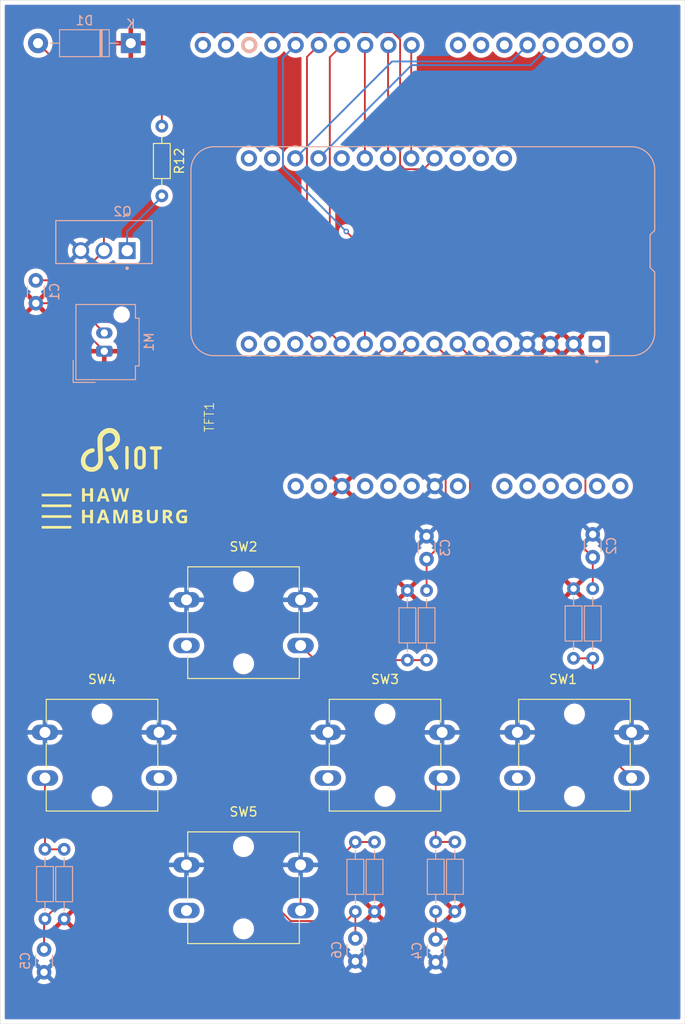
<source format=kicad_pcb>
(kicad_pcb (version 20240108) (generator "pcbnew") (generator_version "8.0")
  (layers (0 "F.Cu" signal) (31 "B.Cu" signal) (34 "B.Paste" user) (35 "F.Paste" user) (36 "B.SilkS" user "B.Silkscreen") (37 "F.SilkS" user "F.Silkscreen") (38 "B.Mask" user) (39 "F.Mask" user) (44 "Edge.Cuts" user))
  (net 0 "")
  (net 11 "Net-(D1-A)")
  (net 12 "Net-(Q2-Pad1)")
  (net 13 "/3.3V")
  (net 14 "/GND")
  (net 15 "/SW1")
  (net 16 "/SW2")
  (net 17 "/SW3")
  (net 18 "/SW4")
  (net 19 "/SW5")
  (net 20 "/VIB_MOTOR")
  (net 21 "/BACK_LITE")
  (net 22 "/SCK")
  (net 23 "/TFT_CS")
  (net 24 "/TFT_DC")
  (net 25 "/SD_CS")
  (net 26 "/TOUCH_CS")
  (net 27 "/MOSI")
  (net 28 "/MISO")
  (net 30 "Net-(R1-Pad2)")
  (net 31 "Net-(R3-Pad2)")
  (net 32 "Net-(R5-Pad2)")
  (net 33 "Net-(R10-Pad2)")
  (net 34 "Net-(R7-Pad2)")
  (footprint "Button_Switch_THT:SW_SPST_Omron_B3F-40xx" (layer "F.Cu") (at 130.36 141.306)
    (property "Reference" "SW5" (at 6.25 -5.8 0) (layer "F.SilkS"))
    (property "Value" "SW_Push")
    (pad "" np_thru_hole circle (at 6.25 -2) (size 1.8 1.8) (drill 1.8) (layers "F&B.Cu" "*.Mask"))
    (pad "" np_thru_hole circle (at 6.25 7) (size 1.8 1.8) (drill 1.8) (layers "F&B.Cu" "*.Mask"))
    (pad "1" thru_hole oval (at 0 0) (size 2.9 1.7) (drill 1.2) (layers "*.Cu" "*.Mask") (net 14 "/GND"))
    (pad "1" thru_hole oval (at 12.5 0) (size 2.9 1.7) (drill 1.2) (layers "*.Cu" "*.Mask") (net 14 "/GND"))
    (pad "2" thru_hole oval (at 0 5) (size 2.9 1.7) (drill 1.2) (layers "*.Cu" "*.Mask") (net 33 "Net-(R10-Pad2)"))
    (pad "2" thru_hole oval (at 12.5 5) (size 2.9 1.7) (drill 1.2) (layers "*.Cu" "*.Mask") (net 33 "Net-(R10-Pad2)"))
  )
  (footprint "Button_Switch_THT:SW_SPST_Omron_B3F-40xx" (layer "F.Cu") (at 145.86 126.806)
    (property "Reference" "SW3" (at 6.25 -5.8 0) (layer "F.SilkS"))
    (property "Value" "SW_Push")
    (pad "" np_thru_hole circle (at 6.25 -2) (size 1.8 1.8) (drill 1.8) (layers "F&B.Cu" "*.Mask"))
    (pad "" np_thru_hole circle (at 6.25 7) (size 1.8 1.8) (drill 1.8) (layers "F&B.Cu" "*.Mask"))
    (pad "1" thru_hole oval (at 0 0) (size 2.9 1.7) (drill 1.2) (layers "*.Cu" "*.Mask") (net 14 "/GND"))
    (pad "1" thru_hole oval (at 12.5 0) (size 2.9 1.7) (drill 1.2) (layers "*.Cu" "*.Mask") (net 14 "/GND"))
    (pad "2" thru_hole oval (at 0 5) (size 2.9 1.7) (drill 1.2) (layers "*.Cu" "*.Mask") (net 32 "Net-(R5-Pad2)"))
    (pad "2" thru_hole oval (at 12.5 5) (size 2.9 1.7) (drill 1.2) (layers "*.Cu" "*.Mask") (net 32 "Net-(R5-Pad2)"))
  )
  (footprint "Resistor_THT:R_Axial_DIN0204_L3.6mm_D1.6mm_P7.62mm_Horizontal" (layer "F.Cu") (at 127.66 60.486 -90)
    (property "Reference" "R12" (at 3.81 -1.92 90) (layer "F.SilkS"))
    (property "Value" "R")
    (pad "1" thru_hole circle (at 0 0 270) (size 1.4 1.4) (drill 0.7) (layers "*.Cu" "*.Mask") (net 20 "/VIB_MOTOR"))
    (pad "2" thru_hole oval (at 7.62 0 270) (size 1.4 1.4) (drill 0.7) (layers "*.Cu" "*.Mask") (net 12 "Net-(Q2-Pad1)"))
  )
  (footprint "Button_Switch_THT:SW_SPST_Omron_B3F-40xx" (layer "F.Cu") (at 130.36 112.306)
    (property "Reference" "SW2" (at 6.25 -5.8 0) (layer "F.SilkS"))
    (property "Value" "SW_Push")
    (pad "" np_thru_hole circle (at 6.25 -2) (size 1.8 1.8) (drill 1.8) (layers "F&B.Cu" "*.Mask"))
    (pad "" np_thru_hole circle (at 6.25 7) (size 1.8 1.8) (drill 1.8) (layers "F&B.Cu" "*.Mask"))
    (pad "1" thru_hole oval (at 0 0) (size 2.9 1.7) (drill 1.2) (layers "*.Cu" "*.Mask") (net 14 "/GND"))
    (pad "1" thru_hole oval (at 12.5 0) (size 2.9 1.7) (drill 1.2) (layers "*.Cu" "*.Mask") (net 14 "/GND"))
    (pad "2" thru_hole oval (at 0 5) (size 2.9 1.7) (drill 1.2) (layers "*.Cu" "*.Mask") (net 31 "Net-(R3-Pad2)"))
    (pad "2" thru_hole oval (at 12.5 5) (size 2.9 1.7) (drill 1.2) (layers "*.Cu" "*.Mask") (net 31 "Net-(R3-Pad2)"))
  )
  (footprint "Button_Switch_THT:SW_SPST_Omron_B3F-40xx" (layer "F.Cu") (at 166.61 126.806)
    (property "Reference" "SW1" (at 5 -5.8 0) (layer "F.SilkS"))
    (property "Value" "SW_Push")
    (pad "" np_thru_hole circle (at 6.25 -2) (size 1.8 1.8) (drill 1.8) (layers "F&B.Cu" "*.Mask"))
    (pad "" np_thru_hole circle (at 6.25 7) (size 1.8 1.8) (drill 1.8) (layers "F&B.Cu" "*.Mask"))
    (pad "1" thru_hole oval (at 0 0) (size 2.9 1.7) (drill 1.2) (layers "*.Cu" "*.Mask") (net 14 "/GND"))
    (pad "1" thru_hole oval (at 12.5 0) (size 2.9 1.7) (drill 1.2) (layers "*.Cu" "*.Mask") (net 14 "/GND"))
    (pad "2" thru_hole oval (at 0 5) (size 2.9 1.7) (drill 1.2) (layers "*.Cu" "*.Mask") (net 30 "Net-(R1-Pad2)"))
    (pad "2" thru_hole oval (at 12.5 5) (size 2.9 1.7) (drill 1.2) (layers "*.Cu" "*.Mask") (net 30 "Net-(R1-Pad2)"))
  )
  (footprint "Button_Switch_THT:SW_SPST_Omron_B3F-40xx" (layer "F.Cu") (at 114.86 126.806)
    (property "Reference" "SW4" (at 6.25 -5.8 0) (layer "F.SilkS"))
    (property "Value" "SW_Push")
    (pad "" np_thru_hole circle (at 6.25 -2) (size 1.8 1.8) (drill 1.8) (layers "F&B.Cu" "*.Mask"))
    (pad "" np_thru_hole circle (at 6.25 7) (size 1.8 1.8) (drill 1.8) (layers "F&B.Cu" "*.Mask"))
    (pad "1" thru_hole oval (at 0 0) (size 2.9 1.7) (drill 1.2) (layers "*.Cu" "*.Mask") (net 14 "/GND"))
    (pad "1" thru_hole oval (at 12.5 0) (size 2.9 1.7) (drill 1.2) (layers "*.Cu" "*.Mask") (net 14 "/GND"))
    (pad "2" thru_hole oval (at 0 5) (size 2.9 1.7) (drill 1.2) (layers "*.Cu" "*.Mask") (net 34 "Net-(R7-Pad2)"))
    (pad "2" thru_hole oval (at 12.5 5) (size 2.9 1.7) (drill 1.2) (layers "*.Cu" "*.Mask") (net 34 "Net-(R7-Pad2)"))
  )
  (footprint "Library:Display-2.8" (layer "F.Cu") (at 177.88 51.606 90)
    (property "Reference" "TFT1" (at -40.7 -45.02 90) (layer "F.SilkS") (effects (font (thickness 0.1))))
    (property "Value" "~" (hide yes))
    (pad "" thru_hole circle (at -48.26 -35.56 90) (size 1.778 1.778) (drill 1) (layers "*.Cu" "*.Mask"))
    (pad "" thru_hole circle (at -48.26 -27.94 90) (size 1.778 1.778) (drill 1) (layers "*.Cu" "*.Mask"))
    (pad "0" thru_hole circle (at 0 0 90) (size 1.778 1.778) (drill 1) (layers "*.Cu" "*.Mask"))
    (pad "1" thru_hole circle (at 0 -2.54 90) (size 1.778 1.778) (drill 1) (layers "*.Cu" "*.Mask"))
    (pad "2" thru_hole circle (at 0 -5.08 90) (size 1.778 1.778) (drill 1) (layers "*.Cu" "*.Mask"))
    (pad "3" thru_hole circle (at 0 -7.62 90) (size 1.778 1.778) (drill 1) (layers "*.Cu" "*.Mask") (net 21 "/BACK_LITE"))
    (pad "4" thru_hole circle (at 0 -10.16 90) (size 1.778 1.778) (drill 1) (layers "*.Cu" "*.Mask") (net 25 "/SD_CS"))
    (pad "5" thru_hole circle (at 0 -12.7 90) (size 1.778 1.778) (drill 1) (layers "*.Cu" "*.Mask"))
    (pad "6" thru_hole circle (at 0 -15.24 90) (size 1.778 1.778) (drill 1) (layers "*.Cu" "*.Mask"))
    (pad "7" thru_hole circle (at 0 -17.78 90) (size 1.778 1.778) (drill 1) (layers "*.Cu" "*.Mask"))
    (pad "8" thru_hole circle (at 0 -22.86 90) (size 1.778 1.778) (drill 1) (layers "*.Cu" "*.Mask") (net 26 "/TOUCH_CS"))
    (pad "9" thru_hole circle (at 0 -25.4 90) (size 1.778 1.778) (drill 1) (layers "*.Cu" "*.Mask") (net 24 "/TFT_DC"))
    (pad "10" thru_hole circle (at 0 -27.94 90) (size 1.778 1.778) (drill 1) (layers "*.Cu" "*.Mask") (net 23 "/TFT_CS"))
    (pad "11" thru_hole circle (at 0 -30.48 90) (size 1.778 1.778) (drill 1) (layers "*.Cu" "*.Mask") (net 27 "/MOSI"))
    (pad "12" thru_hole circle (at 0 -33.02 90) (size 1.778 1.778) (drill 1) (layers "*.Cu" "*.Mask") (net 28 "/MISO"))
    (pad "13" thru_hole circle (at 0 -35.56 90) (size 1.778 1.778) (drill 1) (layers "*.Cu" "*.Mask" "Dwgs.User") (net 22 "/SCK"))
    (pad "14" thru_hole circle (at 0 -38.1 90) (size 1.778 1.778) (drill 1) (layers "*.Cu" "*.Mask" "Dwgs.User"))
    (pad "15" thru_hole circle (at 0 -40.64 90) (size 1.778 1.778) (drill 1) (layers "*.Cu" "*.Mask" "B.SilkS"))
    (pad "16" thru_hole circle (at 0 -43.18 90) (size 1.778 1.778) (drill 1) (layers "*.Cu" "*.Mask"))
    (pad "17" thru_hole circle (at 0 -45.72 90) (size 1.778 1.778) (drill 1) (layers "*.Cu" "*.Mask"))
    (pad "22" thru_hole circle (at -48.26 -17.78 90) (size 1.778 1.778) (drill 1) (layers "*.Cu" "*.Mask"))
    (pad "23" thru_hole circle (at -48.26 -12.7 90) (size 1.778 1.778) (drill 1) (layers "*.Cu" "*.Mask"))
    (pad "24" thru_hole circle (at -48.26 -10.16 90) (size 1.778 1.778) (drill 1) (layers "*.Cu" "*.Mask"))
    (pad "25" thru_hole circle (at -48.26 -7.62 90) (size 1.778 1.778) (drill 1) (layers "*.Cu" "*.Mask"))
    (pad "26" thru_hole circle (at -48.26 -5.08 90) (size 1.778 1.778) (drill 1) (layers "*.Cu" "*.Mask"))
    (pad "27" thru_hole circle (at -48.26 -2.54 90) (size 1.778 1.778) (drill 1) (layers "*.Cu" "*.Mask"))
    (pad "28" thru_hole circle (at -48.26 0 90) (size 1.778 1.778) (drill 1) (layers "*.Cu" "*.Mask"))
    (pad "40" thru_hole circle (at -48.26 -20.32 90) (size 1.778 1.778) (drill 1) (layers "*.Cu" "*.Mask") (net 14 "/GND"))
    (pad "41" thru_hole circle (at -48.26 -22.86 90) (size 1.778 1.778) (drill 1) (layers "*.Cu" "*.Mask"))
    (pad "50" thru_hole circle (at -48.26 -30.48 90) (size 1.778 1.778) (drill 1) (layers "*.Cu" "*.Mask") (net 13 "/3.3V"))
    (pad "51" thru_hole circle (at -48.26 -33.02 90) (size 1.778 1.778) (drill 1) (layers "*.Cu" "*.Mask"))
    (pad "67" thru_hole circle (at -48.26 -25.4 90) (size 1.778 1.778) (drill 1) (layers "*.Cu" "*.Mask"))
  )
  (footprint "Library:haw_logo_logo" (layer "F.Cu") (at 121.86 102.306)
    (property "Reference" "G***" (hide yes))
    (property "Value" "LOGO" (hide yes))
  )
  (footprint "Library:riot_logo" (layer "F.Cu") (at 123.256047 95.904754)
    (property "Reference" "G***" (hide yes))
    (property "Value" "LOGO" (hide yes))
  )
  (footprint "Diode_THT:D_DO-41_SOD81_P10.16mm_Horizontal" (layer "B.Cu") (at 124.26 51.406 180)
    (property "Reference" "D1" (at 5.08 2.47 180) (layer "B.SilkS") (effects (justify mirror)))
    (property "Value" "1N4001")
    (fp_text user "K" (at 0 2.1 180) (layer "B.SilkS") (effects (justify mirror)))
    (pad "1" thru_hole rect (at 0 0 180) (size 2.2 2.2) (drill 1.1) (layers "*.Cu" "*.Mask") (net 13 "/3.3V"))
    (pad "2" thru_hole oval (at 10.16 0 180) (size 2.2 2.2) (drill 1.1) (layers "*.Cu" "*.Mask") (net 11 "Net-(D1-A)"))
  )
  (footprint "Resistor_THT:R_Axial_DIN0204_L3.6mm_D1.6mm_P7.62mm_Horizontal" (layer "B.Cu") (at 156.66 111.286 -90)
    (property "Reference" "R3" (hide yes))
    (property "Value" "R" (hide yes))
    (pad "1" thru_hole circle (at 0 0 270) (size 1.4 1.4) (drill 0.7) (layers "*.Cu" "*.Mask") (net 16 "/SW2"))
    (pad "2" thru_hole oval (at 7.62 0 270) (size 1.4 1.4) (drill 0.7) (layers "*.Cu" "*.Mask") (net 31 "Net-(R3-Pad2)"))
  )
  (footprint "Capacitor_THT:C_Disc_D3.0mm_W1.6mm_P2.50mm" (layer "B.Cu") (at 156.66 107.856 90)
    (property "Reference" "C3" (at 1.25 2.05 270) (layer "B.SilkS") (effects (justify mirror)))
    (property "Value" "C")
    (pad "1" thru_hole circle (at 0 0 90) (size 1.6 1.6) (drill 0.8) (layers "*.Cu" "*.Mask") (net 16 "/SW2"))
    (pad "2" thru_hole circle (at 2.5 0 90) (size 1.6 1.6) (drill 0.8) (layers "*.Cu" "*.Mask") (net 14 "/GND"))
  )
  (footprint "Library:MODULE_3406" (layer "B.Cu") (at 156.25 74.166 90)
    (property "Reference" "U1" (hide yes))
    (property "Value" "3406")
    (pad "1" thru_hole rect (at -10.16 19.05 90) (size 1.778 1.778) (drill 1) (layers "*.Cu" "*.Mask"))
    (pad "2" thru_hole circle (at -10.16 16.51 90) (size 1.778 1.778) (drill 1) (layers "*.Cu" "*.Mask") (net 13 "/3.3V"))
    (pad "3" thru_hole circle (at -10.16 13.97 90) (size 1.778 1.778) (drill 1) (layers "*.Cu" "*.Mask") (net 13 "/3.3V"))
    (pad "4" thru_hole circle (at -10.16 11.43 90) (size 1.778 1.778) (drill 1) (layers "*.Cu" "*.Mask") (net 14 "/GND"))
    (pad "5" thru_hole circle (at -10.16 8.89 90) (size 1.778 1.778) (drill 1) (layers "*.Cu" "*.Mask"))
    (pad "6" thru_hole circle (at -10.16 6.35 90) (size 1.778 1.778) (drill 1) (layers "*.Cu" "*.Mask") (net 15 "/SW1"))
    (pad "7" thru_hole circle (at -10.16 3.81 90) (size 1.778 1.778) (drill 1) (layers "*.Cu" "*.Mask") (net 17 "/SW3"))
    (pad "8" thru_hole circle (at -10.16 1.27 90) (size 1.778 1.778) (drill 1) (layers "*.Cu" "*.Mask") (net 16 "/SW2"))
    (pad "9" thru_hole circle (at -10.16 -1.27 90) (size 1.778 1.778) (drill 1) (layers "*.Cu" "*.Mask") (net 19 "/SW5"))
    (pad "10" thru_hole circle (at -10.16 -3.81 90) (size 1.778 1.778) (drill 1) (layers "*.Cu" "*.Mask") (net 18 "/SW4"))
    (pad "11" thru_hole circle (at -10.16 -6.35 90) (size 1.778 1.778) (drill 1) (layers "*.Cu" "*.Mask") (net 22 "/SCK"))
    (pad "12" thru_hole circle (at -10.16 -8.89 90) (size 1.778 1.778) (drill 1) (layers "*.Cu" "*.Mask") (net 27 "/MOSI"))
    (pad "13" thru_hole circle (at -10.16 -11.43 90) (size 1.778 1.778) (drill 1) (layers "*.Cu" "*.Mask") (net 28 "/MISO"))
    (pad "14" thru_hole circle (at -10.16 -13.97 90) (size 1.778 1.778) (drill 1) (layers "*.Cu" "*.Mask"))
    (pad "15" thru_hole circle (at -10.16 -16.51 90) (size 1.778 1.778) (drill 1) (layers "*.Cu" "*.Mask"))
    (pad "16" thru_hole circle (at -10.16 -19.05 90) (size 1.778 1.778) (drill 1) (layers "*.Cu" "*.Mask"))
    (pad "17" thru_hole circle (at 10.16 -19.05 90) (size 1.778 1.778) (drill 1) (layers "*.Cu" "*.Mask"))
    (pad "18" thru_hole circle (at 10.16 -16.51 90) (size 1.778 1.778) (drill 1) (layers "*.Cu" "*.Mask"))
    (pad "19" thru_hole circle (at 10.16 -13.97 90) (size 1.778 1.778) (drill 1) (layers "*.Cu" "*.Mask") (net 25 "/SD_CS"))
    (pad "20" thru_hole circle (at 10.16 -11.43 90) (size 1.778 1.778) (drill 1) (layers "*.Cu" "*.Mask") (net 21 "/BACK_LITE"))
    (pad "21" thru_hole circle (at 10.16 -8.89 90) (size 1.778 1.778) (drill 1) (layers "*.Cu" "*.Mask"))
    (pad "22" thru_hole circle (at 10.16 -6.35 90) (size 1.778 1.778) (drill 1) (layers "*.Cu" "*.Mask") (net 23 "/TFT_CS"))
    (pad "23" thru_hole circle (at 10.16 -3.81 90) (size 1.778 1.778) (drill 1) (layers "*.Cu" "*.Mask") (net 24 "/TFT_DC"))
    (pad "24" thru_hole circle (at 10.16 -1.27 90) (size 1.778 1.778) (drill 1) (layers "*.Cu" "*.Mask") (net 26 "/TOUCH_CS"))
    (pad "25" thru_hole circle (at 10.16 1.27 90) (size 1.778 1.778) (drill 1) (layers "*.Cu" "*.Mask") (net 20 "/VIB_MOTOR"))
    (pad "26" thru_hole circle (at 10.16 3.81 90) (size 1.778 1.778) (drill 1) (layers "*.Cu" "*.Mask"))
    (pad "27" thru_hole circle (at 10.16 6.35 90) (size 1.778 1.778) (drill 1) (layers "*.Cu" "*.Mask"))
    (pad "28" thru_hole circle (at 10.16 8.89 90) (size 1.778 1.778) (drill 1) (layers "*.Cu" "*.Mask"))
  )
  (footprint "Resistor_THT:R_Axial_DIN0204_L3.6mm_D1.6mm_P7.62mm_Horizontal" (layer "B.Cu") (at 148.86 146.426 90)
    (property "Reference" "R9" (hide yes))
    (property "Value" "R" (hide yes))
    (pad "1" thru_hole circle (at 0 0 90) (size 1.4 1.4) (drill 0.7) (layers "*.Cu" "*.Mask") (net 19 "/SW5"))
    (pad "2" thru_hole oval (at 7.62 0 90) (size 1.4 1.4) (drill 0.7) (layers "*.Cu" "*.Mask") (net 33 "Net-(R10-Pad2)"))
  )
  (footprint "Capacitor_THT:C_Disc_D3.0mm_W1.6mm_P2.50mm" (layer "B.Cu") (at 157.66 149.456 -90)
    (property "Reference" "C4" (at 1.25 2.05 90) (layer "B.SilkS") (effects (justify mirror)))
    (property "Value" "C")
    (pad "1" thru_hole circle (at 0 0 270) (size 1.6 1.6) (drill 0.8) (layers "*.Cu" "*.Mask") (net 17 "/SW3"))
    (pad "2" thru_hole circle (at 2.5 0 270) (size 1.6 1.6) (drill 0.8) (layers "*.Cu" "*.Mask") (net 14 "/GND"))
  )
  (footprint "Capacitor_THT:C_Disc_D3.0mm_W1.6mm_P2.50mm" (layer "B.Cu") (at 174.86 107.646 90)
    (property "Reference" "C2" (at 1.25 2.05 270) (layer "B.SilkS") (effects (justify mirror)))
    (property "Value" "C")
    (pad "1" thru_hole circle (at 0 0 90) (size 1.6 1.6) (drill 0.8) (layers "*.Cu" "*.Mask") (net 15 "/SW1"))
    (pad "2" thru_hole circle (at 2.5 0 90) (size 1.6 1.6) (drill 0.8) (layers "*.Cu" "*.Mask") (net 14 "/GND"))
  )
  (footprint "Resistor_THT:R_Axial_DIN0204_L3.6mm_D1.6mm_P7.62mm_Horizontal" (layer "B.Cu") (at 159.76 146.416 90)
    (property "Reference" "R6" (hide yes))
    (property "Value" "R" (hide yes))
    (pad "1" thru_hole circle (at 0 0 90) (size 1.4 1.4) (drill 0.7) (layers "*.Cu" "*.Mask") (net 13 "/3.3V"))
    (pad "2" thru_hole oval (at 7.62 0 90) (size 1.4 1.4) (drill 0.7) (layers "*.Cu" "*.Mask") (net 32 "Net-(R5-Pad2)"))
  )
  (footprint "Library:IRLZ44N" (layer "B.Cu") (at 121.32 73.166 180)
    (property "Reference" "Q2" (at -2.045 3.335 180) (layer "B.SilkS") (effects (justify mirror)))
    (property "Value" "IRLZ44N")
    (pad "1" thru_hole rect (at -2.54 -0.94 180) (size 1.85 1.85) (drill 1.23) (layers "*.Cu" "*.Mask") (net 12 "Net-(Q2-Pad1)"))
    (pad "2" thru_hole circle (at 0 -0.94 180) (size 1.85 1.85) (drill 1.23) (layers "*.Cu" "*.Mask") (net 11 "Net-(D1-A)"))
    (pad "3" thru_hole circle (at 2.54 -0.94 180) (size 1.85 1.85) (drill 1.23) (layers "*.Cu" "*.Mask") (net 14 "/GND"))
  )
  (footprint "Resistor_THT:R_Axial_DIN0204_L3.6mm_D1.6mm_P7.62mm_Horizontal" (layer "B.Cu") (at 150.96 146.426 90)
    (property "Reference" "R10" (hide yes))
    (property "Value" "R" (hide yes))
    (pad "1" thru_hole circle (at 0 0 90) (size 1.4 1.4) (drill 0.7) (layers "*.Cu" "*.Mask") (net 13 "/3.3V"))
    (pad "2" thru_hole oval (at 7.62 0 90) (size 1.4 1.4) (drill 0.7) (layers "*.Cu" "*.Mask") (net 33 "Net-(R10-Pad2)"))
  )
  (footprint "Capacitor_THT:C_Disc_D3.0mm_W1.6mm_P2.50mm" (layer "B.Cu") (at 114.76 150.556 -90)
    (property "Reference" "C5" (at 1.25 2.05 90) (layer "B.SilkS") (effects (justify mirror)))
    (property "Value" "C")
    (pad "1" thru_hole circle (at 0 0 270) (size 1.6 1.6) (drill 0.8) (layers "*.Cu" "*.Mask") (net 18 "/SW4"))
    (pad "2" thru_hole circle (at 2.5 0 270) (size 1.6 1.6) (drill 0.8) (layers "*.Cu" "*.Mask") (net 14 "/GND"))
  )
  (footprint "Resistor_THT:R_Axial_DIN0204_L3.6mm_D1.6mm_P7.62mm_Horizontal" (layer "B.Cu") (at 154.56 111.286 -90)
    (property "Reference" "R4" (hide yes))
    (property "Value" "R" (hide yes))
    (pad "1" thru_hole circle (at 0 0 270) (size 1.4 1.4) (drill 0.7) (layers "*.Cu" "*.Mask") (net 13 "/3.3V"))
    (pad "2" thru_hole oval (at 7.62 0 270) (size 1.4 1.4) (drill 0.7) (layers "*.Cu" "*.Mask") (net 31 "Net-(R3-Pad2)"))
  )
  (footprint "Connector_Molex:Molex_MicroClasp_55932-0210_1x02_P2.00mm_Vertical" (layer "B.Cu") (at 121.36 85.106 90)
    (property "Reference" "M1" (at 1 4.9 90) (layer "B.SilkS") (effects (justify mirror)))
    (property "Value" "Motor_DC")
    (pad "" np_thru_hole circle (at 4 1.9 90) (size 1.3 1.3) (drill 1.3) (layers "*.Cu" "*.Mask"))
    (pad "1" thru_hole roundrect (at 0 0 90) (size 1.2 1.8) (drill 0.8) (layers "*.Cu" "*.Mask") (roundrect_rratio 0.208333) (net 13 "/3.3V"))
    (pad "2" thru_hole oval (at 2 0 90) (size 1.2 1.8) (drill 0.8) (layers "*.Cu" "*.Mask") (net 11 "Net-(D1-A)"))
  )
  (footprint "Capacitor_THT:C_Disc_D3.0mm_W1.6mm_P2.50mm" (layer "B.Cu") (at 148.86 149.356 -90)
    (property "Reference" "C6" (at 1.25 2.05 90) (layer "B.SilkS") (effects (justify mirror)))
    (property "Value" "C")
    (pad "1" thru_hole circle (at 0 0 270) (size 1.6 1.6) (drill 0.8) (layers "*.Cu" "*.Mask") (net 19 "/SW5"))
    (pad "2" thru_hole circle (at 2.5 0 270) (size 1.6 1.6) (drill 0.8) (layers "*.Cu" "*.Mask") (net 14 "/GND"))
  )
  (footprint "Resistor_THT:R_Axial_DIN0204_L3.6mm_D1.6mm_P7.62mm_Horizontal" (layer "B.Cu") (at 116.96 147.226 90)
    (property "Reference" "R8" (hide yes))
    (property "Value" "R" (hide yes))
    (pad "1" thru_hole circle (at 0 0 90) (size 1.4 1.4) (drill 0.7) (layers "*.Cu" "*.Mask") (net 13 "/3.3V"))
    (pad "2" thru_hole oval (at 7.62 0 90) (size 1.4 1.4) (drill 0.7) (layers "*.Cu" "*.Mask") (net 34 "Net-(R7-Pad2)"))
  )
  (footprint "Resistor_THT:R_Axial_DIN0204_L3.6mm_D1.6mm_P7.62mm_Horizontal" (layer "B.Cu") (at 172.76 111.086 -90)
    (property "Reference" "R2" (hide yes))
    (property "Value" "R" (hide yes))
    (pad "1" thru_hole circle (at 0 0 270) (size 1.4 1.4) (drill 0.7) (layers "*.Cu" "*.Mask") (net 13 "/3.3V"))
    (pad "2" thru_hole oval (at 7.62 0 270) (size 1.4 1.4) (drill 0.7) (layers "*.Cu" "*.Mask") (net 30 "Net-(R1-Pad2)"))
  )
  (footprint "Resistor_THT:R_Axial_DIN0204_L3.6mm_D1.6mm_P7.62mm_Horizontal" (layer "B.Cu") (at 114.86 147.216 90)
    (property "Reference" "R7" (hide yes))
    (property "Value" "R" (hide yes))
    (pad "1" thru_hole circle (at 0 0 90) (size 1.4 1.4) (drill 0.7) (layers "*.Cu" "*.Mask") (net 18 "/SW4"))
    (pad "2" thru_hole oval (at 7.62 0 90) (size 1.4 1.4) (drill 0.7) (layers "*.Cu" "*.Mask") (net 34 "Net-(R7-Pad2)"))
  )
  (footprint "Capacitor_THT:C_Disc_D3.0mm_W1.6mm_P2.50mm" (layer "B.Cu") (at 113.86 79.856 90)
    (property "Reference" "C1" (at 1.25 2.05 -90) (layer "B.SilkS") (effects (justify mirror)))
    (property "Value" "C")
    (pad "1" thru_hole circle (at 0 0 90) (size 1.6 1.6) (drill 0.8) (layers "*.Cu" "*.Mask") (net 13 "/3.3V"))
    (pad "2" thru_hole circle (at 2.5 0 90) (size 1.6 1.6) (drill 0.8) (layers "*.Cu" "*.Mask") (net 11 "Net-(D1-A)"))
  )
  (footprint "Resistor_THT:R_Axial_DIN0204_L3.6mm_D1.6mm_P7.62mm_Horizontal" (layer "B.Cu") (at 174.86 111.086 -90)
    (property "Reference" "R1" (hide yes))
    (property "Value" "R" (hide yes))
    (pad "1" thru_hole circle (at 0 0 270) (size 1.4 1.4) (drill 0.7) (layers "*.Cu" "*.Mask") (net 15 "/SW1"))
    (pad "2" thru_hole oval (at 7.62 0 270) (size 1.4 1.4) (drill 0.7) (layers "*.Cu" "*.Mask") (net 30 "Net-(R1-Pad2)"))
  )
  (footprint "Resistor_THT:R_Axial_DIN0204_L3.6mm_D1.6mm_P7.62mm_Horizontal" (layer "B.Cu") (at 157.66 146.416 90)
    (property "Reference" "R5" (hide yes))
    (property "Value" "R" (hide yes))
    (pad "1" thru_hole circle (at 0 0 90) (size 1.4 1.4) (drill 0.7) (layers "*.Cu" "*.Mask") (net 17 "/SW3"))
    (pad "2" thru_hole oval (at 7.62 0 90) (size 1.4 1.4) (drill 0.7) (layers "*.Cu" "*.Mask") (net 32 "Net-(R5-Pad2)"))
  )
  (gr_line (start 184.96 46.706) (end 184.96 158.706) (stroke (width 0.05)) (layer "Edge.Cuts"))
  (gr_line (start 109.96 46.706) (end 184.96 46.706) (stroke (width 0.05)) (layer "Edge.Cuts"))
  (gr_line (start 109.96 158.706) (end 109.96 46.706) (stroke (width 0.05)) (layer "Edge.Cuts"))
  (gr_line (start 109.96 158.706) (end 184.96 158.706) (stroke (width 0.05)) (layer "Edge.Cuts"))
  (segment (start 121.32 58.626) (end 114.1 51.406) (width 0.2) (layer "F.Cu") (net 11))
  (segment (start 121.32 74.106) (end 121.32 58.626) (width 0.2) (layer "F.Cu") (net 11))
  (segment (start 115.61 77.356) (end 121.36 83.106) (width 0.2) (layer "F.Cu") (net 11))
  (segment (start 113.86 77.356) (end 115.61 77.356) (width 0.2) (layer "F.Cu") (net 11))
  (segment (start 113.86 77.356) (end 118.07 77.356) (width 0.2) (layer "F.Cu") (net 11))
  (segment (start 118.07 77.356) (end 121.32 74.106) (width 0.2) (layer "F.Cu") (net 11))
  (segment (start 127.66 68.206) (end 123.86 72.006) (width 0.2) (layer "B.Cu") (net 12))
  (segment (start 123.86 72.006) (end 123.86 74.106) (width 0.2) (layer "B.Cu") (net 12))
  (segment (start 127.66 68.106) (end 127.66 68.206) (width 0.2) (layer "B.Cu") (net 12))
  (segment (start 147.3 99.866) (end 147.4 99.866) (width 0.2) (layer "F.Cu") (net 13))
  (segment (start 116.11 79.856) (end 121.36 85.106) (width 0.2) (layer "F.Cu") (net 13))
  (segment (start 113.86 79.856) (end 116.11 79.856) (width 0.2) (layer "F.Cu") (net 13))
  (segment (start 147.36 99.246) (end 147.42 99.306) (width 0.2) (layer "F.Cu") (net 13))
  (segment (start 174.86 107.646) (end 173.46 106.246) (width 0.2) (layer "F.Cu") (net 15))
  (segment (start 174.06 95.786) (end 162.6 84.326) (width 0.2) (layer "F.Cu") (net 15))
  (segment (start 162.6 84.326) (end 162.88 84.326) (width 0.2) (layer "F.Cu") (net 15))
  (segment (start 173.46 102.406) (end 174.06 101.806) (width 0.2) (layer "F.Cu") (net 15))
  (segment (start 174.06 101.806) (end 174.06 95.786) (width 0.2) (layer "F.Cu") (net 15))
  (segment (start 173.46 106.246) (end 173.46 102.406) (width 0.2) (layer "F.Cu") (net 15))
  (segment (start 174.86 111.086) (end 174.86 107.646) (width 0.2) (layer "F.Cu") (net 15))
  (segment (start 156.66 111.286) (end 156.66 107.856) (width 0.2) (layer "F.Cu") (net 16))
  (segment (start 158.749 85.555) (end 157.52 84.326) (width 0.2) (layer "F.Cu") (net 16))
  (segment (start 156.66 107.856) (end 158.749 105.767) (width 0.2) (layer "F.Cu") (net 16))
  (segment (start 158.749 105.767) (end 158.749 85.555) (width 0.2) (layer "F.Cu") (net 16))
  (segment (start 161.411 146.83637) (end 161.411 85.677) (width 0.2) (layer "F.Cu") (net 17))
  (segment (start 161.411 85.677) (end 160.06 84.326) (width 0.2) (layer "F.Cu") (net 17))
  (segment (start 158.79137 149.456) (end 161.411 146.83637) (width 0.2) (layer "F.Cu") (net 17))
  (segment (start 157.66 149.456) (end 158.79137 149.456) (width 0.2) (layer "F.Cu") (net 17))
  (segment (start 157.66 149.456) (end 157.66 146.416) (width 0.2) (layer "F.Cu") (net 17))
  (segment (start 114.76 150.556) (end 114.76 147.316) (width 0.2) (layer "F.Cu") (net 18))
  (segment (start 138.16 98.606) (end 152.44 84.326) (width 0.2) (layer "F.Cu") (net 18))
  (segment (start 114.76 150.556) (end 114.76 147.256) (width 0.2) (layer "F.Cu") (net 18))
  (segment (start 114.76 147.316) (end 114.86 147.216) (width 0.2) (layer "F.Cu") (net 18))
  (segment (start 114.76 147.256) (end 138.16 123.856) (width 0.2) (layer "F.Cu") (net 18))
  (segment (start 138.16 123.856) (end 138.16 98.606) (width 0.2) (layer "F.Cu") (net 18))
  (segment (start 147.83 147.456) (end 141.783654 147.456) (width 0.2) (layer "F.Cu") (net 19))
  (segment (start 141.783654 147.456) (end 139.16 144.832346) (width 0.2) (layer "F.Cu") (net 19))
  (segment (start 148.86 146.426) (end 147.83 147.456) (width 0.2) (layer "F.Cu") (net 19))
  (segment (start 139.16 100.146) (end 154.98 84.326) (width 0.2) (layer "F.Cu") (net 19))
  (segment (start 139.16 144.832346) (end 139.16 100.146) (width 0.2) (layer "F.Cu") (net 19))
  (segment (start 148.86 149.356) (end 148.86 146.426) (width 0.2) (layer "F.Cu") (net 19))
  (segment (start 129.46 50.206) (end 152.96 50.206) (width 0.2) (layer "F.Cu") (net 20))
  (segment (start 127.66 60.486) (end 127.66 52.006) (width 0.2) (layer "F.Cu") (net 20))
  (segment (start 127.66 52.006) (end 129.46 50.206) (width 0.2) (layer "F.Cu") (net 20))
  (segment (start 153.76 51.006) (end 153.76 64.706) (width 0.2) (layer "F.Cu") (net 20))
  (segment (start 153.76 64.706) (end 154.249 65.195) (width 0.2) (layer "F.Cu") (net 20))
  (segment (start 152.96 50.206) (end 153.76 51.006) (width 0.2) (layer "F.Cu") (net 20))
  (segment (start 156.331 65.195) (end 157.52 64.006) (width 0.2) (layer "F.Cu") (net 20))
  (segment (start 154.249 65.195) (end 156.331 65.195) (width 0.2) (layer "F.Cu") (net 20))
  (segment (start 170.26 51.606) (end 168.06 53.806) (width 0.2) (layer "B.Cu") (net 21))
  (segment (start 168.06 53.806) (end 155.02 53.806) (width 0.2) (layer "B.Cu") (net 21))
  (segment (start 155.02 53.806) (end 144.82 64.006) (width 0.2) (layer "B.Cu") (net 21))
  (segment (start 149.9 74.046) (end 147.86 72.006) (width 0.2) (layer "F.Cu") (net 22))
  (segment (start 149.9 84.326) (end 149.9 74.046) (width 0.2) (layer "F.Cu") (net 22))
  (via (at 147.86 72.006) (size 0.6) (drill 0.3) (layers "F.Cu" "B.Cu") (net 22))
  (segment (start 140.929 52.997) (end 142.32 51.606) (width 0.2) (layer "B.Cu") (net 22))
  (segment (start 140.929 65.075) (end 140.929 52.997) (width 0.2) (layer "B.Cu") (net 22))
  (segment (start 147.86 72.006) (end 140.929 65.075) (width 0.2) (layer "B.Cu") (net 22))
  (segment (start 149.9 51.646) (end 149.94 51.606) (width 0.2) (layer "F.Cu") (net 23))
  (segment (start 149.9 64.006) (end 149.9 51.646) (width 0.2) (layer "F.Cu") (net 23))
  (segment (start 152.44 51.646) (end 152.48 51.606) (width 0.2) (layer "F.Cu") (net 24))
  (segment (start 152.44 64.006) (end 152.44 51.646) (width 0.2) (layer "F.Cu") (net 24))
  (segment (start 152.88 53.406) (end 142.28 64.006) (width 0.2) (layer "B.Cu") (net 25))
  (segment (start 165.92 53.406) (end 152.88 53.406) (width 0.2) (layer "B.Cu") (net 25))
  (segment (start 167.72 51.606) (end 165.92 53.406) (width 0.2) (layer "B.Cu") (net 25))
  (segment (start 154.98 64.006) (end 154.98 51.646) (width 0.2) (layer "F.Cu") (net 26))
  (segment (start 154.98 51.646) (end 155.02 51.606) (width 0.2) (layer "F.Cu") (net 26))
  (segment (start 146.06 83.026) (end 146.06 52.946) (width 0.2) (layer "F.Cu") (net 27))
  (segment (start 146.06 52.946) (end 147.4 51.606) (width 0.2) (layer "F.Cu") (net 27))
  (segment (start 147.36 84.326) (end 146.06 83.026) (width 0.2) (layer "F.Cu") (net 27))
  (segment (start 144.82 84.326) (end 143.56 83.066) (width 0.2) (layer "F.Cu") (net 28))
  (segment (start 143.56 83.066) (end 143.56 52.906) (width 0.2) (layer "F.Cu") (net 28))
  (segment (start 144.88 84.386) (end 144.82 84.326) (width 0.2) (layer "F.Cu") (net 28))
  (segment (start 143.56 52.906) (end 144.86 51.606) (width 0.2) (layer "F.Cu") (net 28))
  (segment (start 174.86 118.706) (end 174.86 127.556) (width 0.2) (layer "F.Cu") (net 30))
  (segment (start 174.86 118.706) (end 172.76 118.706) (width 0.2) (layer "F.Cu") (net 30))
  (segment (start 174.86 127.556) (end 179.11 131.806) (width 0.2) (layer "F.Cu") (net 30))
  (segment (start 154.56 118.906) (end 144.46 118.906) (width 0.2) (layer "F.Cu") (net 31))
  (segment (start 156.66 118.906) (end 154.56 118.906) (width 0.2) (layer "F.Cu") (net 31))
  (segment (start 144.46 118.906) (end 142.86 117.306) (width 0.2) (layer "F.Cu") (net 31))
  (segment (start 145.06 131.806) (end 145.86 131.806) (width 0.2) (layer "F.Cu") (net 32))
  (segment (start 159.76 138.796) (end 157.66 138.796) (width 0.2) (layer "F.Cu") (net 32))
  (segment (start 157.66 138.796) (end 157.66 132.506) (width 0.2) (layer "F.Cu") (net 32))
  (segment (start 157.66 132.506) (end 158.36 131.806) (width 0.2) (layer "F.Cu") (net 32))
  (segment (start 142.86 144.806) (end 142.86 146.306) (width 0.2) (layer "F.Cu") (net 33))
  (segment (start 150.96 138.806) (end 148.86 138.806) (width 0.2) (layer "F.Cu") (net 33))
  (segment (start 148.86 138.806) (end 142.86 144.806) (width 0.2) (layer "F.Cu") (net 33))
  (segment (start 142.86 146.306) (end 143.11 146.056) (width 0.2) (layer "F.Cu") (net 33))
  (segment (start 114.86 139.596) (end 114.86 131.806) (width 0.2) (layer "F.Cu") (net 34))
  (segment (start 116.96 139.606) (end 114.87 139.606) (width 0.2) (layer "F.Cu") (net 34))
  (segment (start 114.87 139.606) (end 114.86 139.596) (width 0.2) (layer "F.Cu") (net 34))
  (zone (net 13) (net_name "/3.3V") (layer "F.Cu") (priority 1) (connect_pads (clearance 0.5)) (min_thickness 0.25) (fill yes (thermal_gap 0.5) (thermal_bridge_width 0.5))
    (polygon (pts (xy 109.96 46.706) (xy 184.96 46.706) (xy 184.96 158.706) (xy 109.96 158.706)))
  )
  (zone (net 14) (net_name "/GND") (layer "B.Cu") (priority 2) (connect_pads (clearance 0.5)) (min_thickness 0.25) (fill yes (thermal_gap 0.5) (thermal_bridge_width 0.5))
    (polygon (pts (xy 109.96 46.706) (xy 184.96 46.706) (xy 184.96 158.706) (xy 109.96 158.706)))
  )
)
</source>
